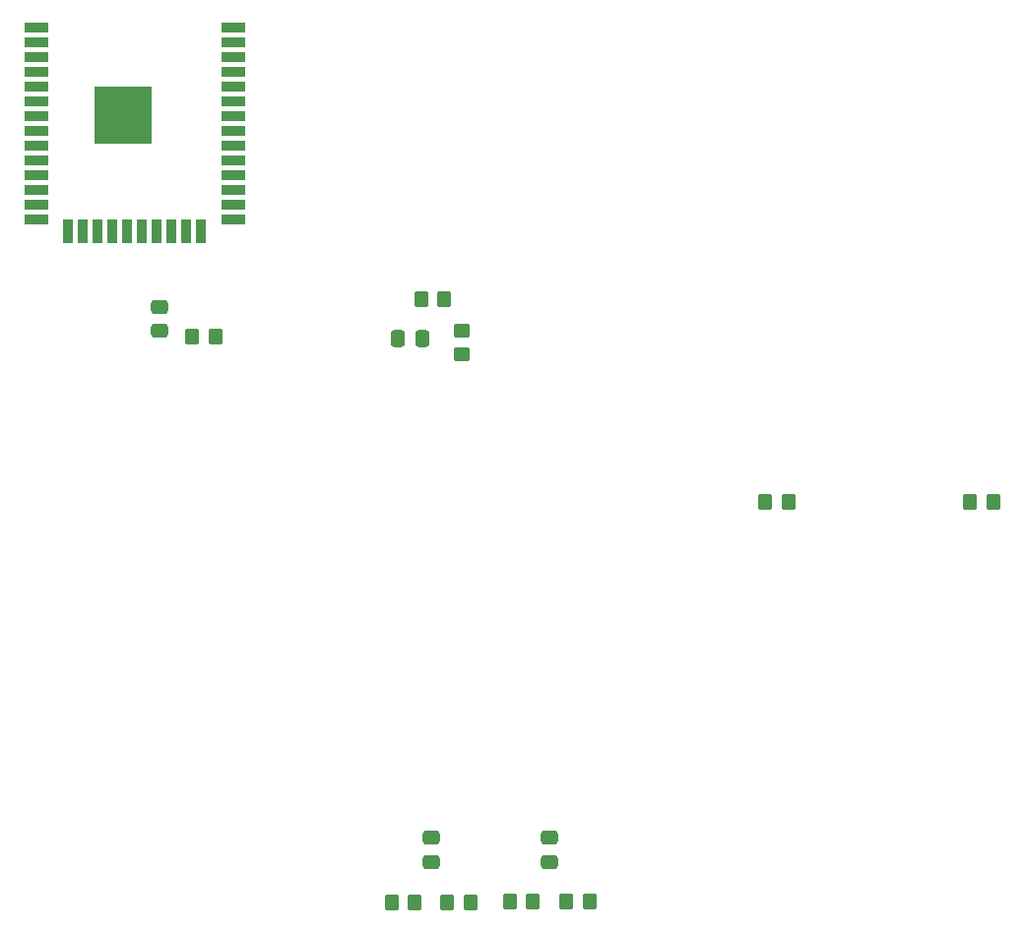
<source format=gbr>
%TF.GenerationSoftware,KiCad,Pcbnew,(6.0.5)*%
%TF.CreationDate,2022-05-27T10:16:45-05:00*%
%TF.ProjectId,Placa-Final,506c6163-612d-4466-996e-616c2e6b6963,rev?*%
%TF.SameCoordinates,Original*%
%TF.FileFunction,Paste,Top*%
%TF.FilePolarity,Positive*%
%FSLAX46Y46*%
G04 Gerber Fmt 4.6, Leading zero omitted, Abs format (unit mm)*
G04 Created by KiCad (PCBNEW (6.0.5)) date 2022-05-27 10:16:45*
%MOMM*%
%LPD*%
G01*
G04 APERTURE LIST*
G04 Aperture macros list*
%AMRoundRect*
0 Rectangle with rounded corners*
0 $1 Rounding radius*
0 $2 $3 $4 $5 $6 $7 $8 $9 X,Y pos of 4 corners*
0 Add a 4 corners polygon primitive as box body*
4,1,4,$2,$3,$4,$5,$6,$7,$8,$9,$2,$3,0*
0 Add four circle primitives for the rounded corners*
1,1,$1+$1,$2,$3*
1,1,$1+$1,$4,$5*
1,1,$1+$1,$6,$7*
1,1,$1+$1,$8,$9*
0 Add four rect primitives between the rounded corners*
20,1,$1+$1,$2,$3,$4,$5,0*
20,1,$1+$1,$4,$5,$6,$7,0*
20,1,$1+$1,$6,$7,$8,$9,0*
20,1,$1+$1,$8,$9,$2,$3,0*%
G04 Aperture macros list end*
%ADD10RoundRect,0.250000X-0.350000X-0.450000X0.350000X-0.450000X0.350000X0.450000X-0.350000X0.450000X0*%
%ADD11RoundRect,0.250000X0.450000X-0.350000X0.450000X0.350000X-0.450000X0.350000X-0.450000X-0.350000X0*%
%ADD12RoundRect,0.250000X-0.475000X0.337500X-0.475000X-0.337500X0.475000X-0.337500X0.475000X0.337500X0*%
%ADD13RoundRect,0.250000X0.337500X0.475000X-0.337500X0.475000X-0.337500X-0.475000X0.337500X-0.475000X0*%
%ADD14R,2.000000X0.900000*%
%ADD15R,0.900000X2.000000*%
%ADD16R,5.000000X5.000000*%
%ADD17RoundRect,0.250000X0.350000X0.450000X-0.350000X0.450000X-0.350000X-0.450000X0.350000X-0.450000X0*%
G04 APERTURE END LIST*
D10*
%TO.C,R7*%
X81979600Y-113094400D03*
X83979600Y-113094400D03*
%TD*%
D11*
%TO.C,R2*%
X73021100Y-65982500D03*
X73021100Y-63982500D03*
%TD*%
D10*
%TO.C,R8*%
X116695200Y-78691900D03*
X118695200Y-78691900D03*
%TD*%
D12*
%TO.C,C3*%
X70341400Y-107617800D03*
X70341400Y-109692800D03*
%TD*%
D13*
%TO.C,C2*%
X69587500Y-64630000D03*
X67512500Y-64630000D03*
%TD*%
D14*
%TO.C,U1*%
X36380000Y-37923400D03*
X36380000Y-39193400D03*
X36380000Y-40463400D03*
X36380000Y-41733400D03*
X36380000Y-43003400D03*
X36380000Y-44273400D03*
X36380000Y-45543400D03*
X36380000Y-46813400D03*
X36380000Y-48083400D03*
X36380000Y-49353400D03*
X36380000Y-50623400D03*
X36380000Y-51893400D03*
X36380000Y-53163400D03*
X36380000Y-54433400D03*
D15*
X39165000Y-55433400D03*
X40435000Y-55433400D03*
X41705000Y-55433400D03*
X42975000Y-55433400D03*
X44245000Y-55433400D03*
X45515000Y-55433400D03*
X46785000Y-55433400D03*
X48055000Y-55433400D03*
X49325000Y-55433400D03*
X50595000Y-55433400D03*
D14*
X53380000Y-54433400D03*
X53380000Y-53163400D03*
X53380000Y-51893400D03*
X53380000Y-50623400D03*
X53380000Y-49353400D03*
X53380000Y-48083400D03*
X53380000Y-46813400D03*
X53380000Y-45543400D03*
X53380000Y-44273400D03*
X53380000Y-43003400D03*
X53380000Y-41733400D03*
X53380000Y-40463400D03*
X53380000Y-39193400D03*
X53380000Y-37923400D03*
D16*
X43880000Y-45423400D03*
%TD*%
D12*
%TO.C,C1*%
X46959100Y-61935500D03*
X46959100Y-64010500D03*
%TD*%
D10*
%TO.C,R5*%
X71722800Y-113190500D03*
X73722800Y-113190500D03*
%TD*%
%TO.C,R6*%
X77108700Y-113094300D03*
X79108700Y-113094300D03*
%TD*%
%TO.C,R4*%
X66948000Y-113158500D03*
X68948000Y-113158500D03*
%TD*%
D12*
%TO.C,C4*%
X80501400Y-107617800D03*
X80501400Y-109692800D03*
%TD*%
D10*
%TO.C,R9*%
X99060000Y-78740000D03*
X101060000Y-78740000D03*
%TD*%
D17*
%TO.C,R3*%
X71481100Y-61248400D03*
X69481100Y-61248400D03*
%TD*%
D10*
%TO.C,R1*%
X49791600Y-64533900D03*
X51791600Y-64533900D03*
%TD*%
M02*

</source>
